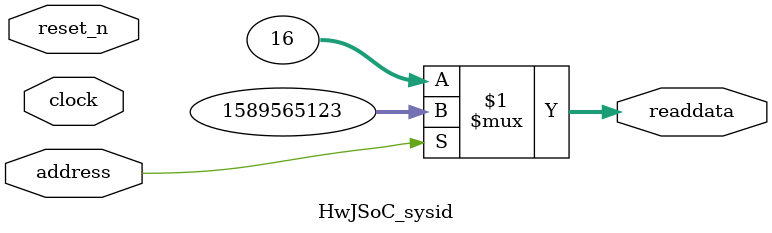
<source format=v>

`timescale 1ns / 1ps
// synthesis translate_on

// turn off superfluous verilog processor warnings 
// altera message_level Level1 
// altera message_off 10034 10035 10036 10037 10230 10240 10030 

module HwJSoC_sysid (
               // inputs:
                address,
                clock,
                reset_n,

               // outputs:
                readdata
             )
;

  output  [ 31: 0] readdata;
  input            address;
  input            clock;
  input            reset_n;

  wire    [ 31: 0] readdata;
  //control_slave, which is an e_avalon_slave
  assign readdata = address ? 1589565123 : 16;

endmodule




</source>
